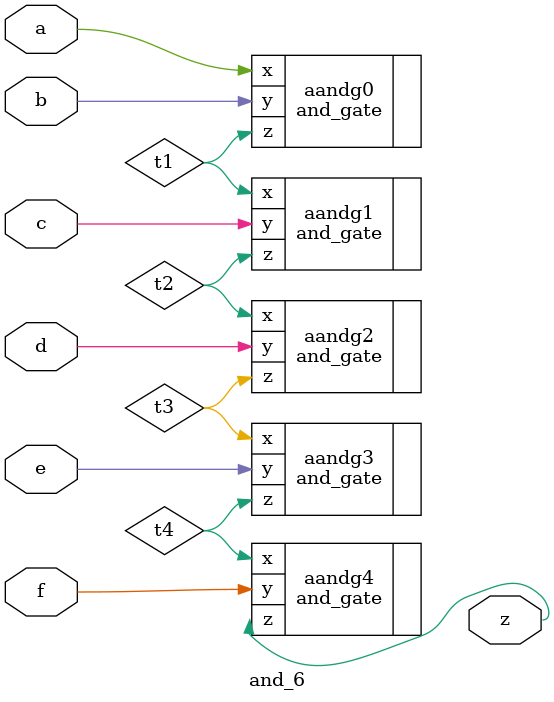
<source format=v>
module and_6(a,b,c,d,e,f,z);
  input a,b,c,d,e,f;
  output z;
  wire t1, t2, t3, t4;
  and_gate aandg0 (.x(a), .y(b), .z(t1));
  and_gate aandg1 (.x(t1), .y(c), .z(t2));
  and_gate aandg2 (.x(t2), .y(d), .z(t3));
  and_gate aandg3 (.x(t3), .y(e), .z(t4));
  and_gate aandg4 (.x(t4), .y(f), .z(z));
endmodule

</source>
